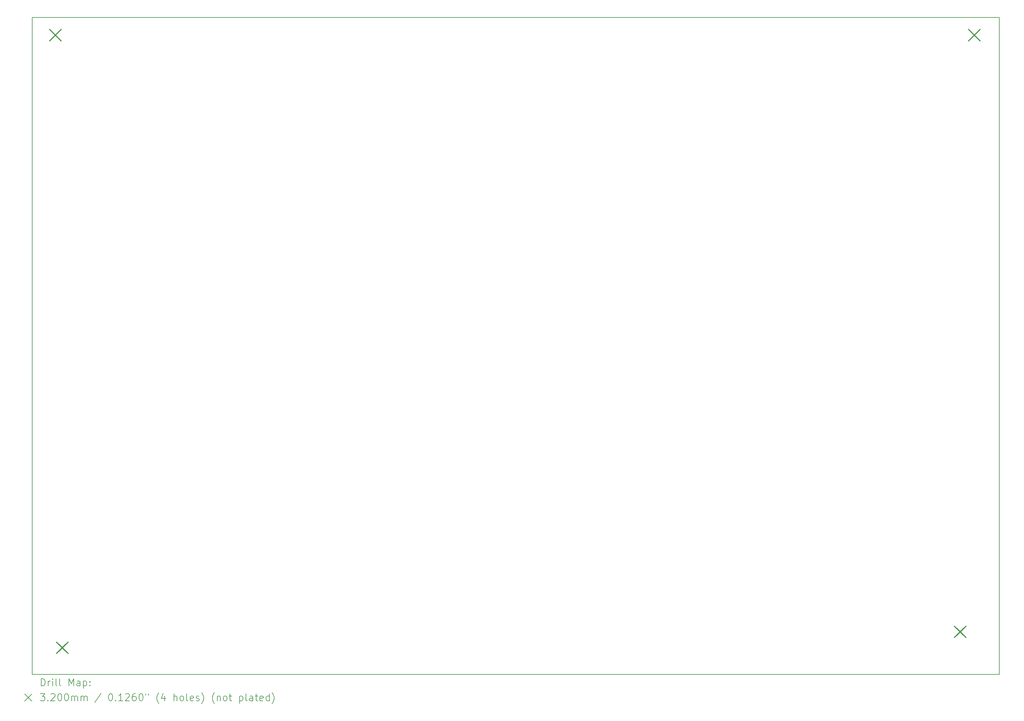
<source format=gbr>
%TF.GenerationSoftware,KiCad,Pcbnew,8.0.6*%
%TF.CreationDate,2024-11-12T14:45:22+00:00*%
%TF.ProjectId,A4,41342e6b-6963-4616-945f-706362585858,rev?*%
%TF.SameCoordinates,Original*%
%TF.FileFunction,Drillmap*%
%TF.FilePolarity,Positive*%
%FSLAX45Y45*%
G04 Gerber Fmt 4.5, Leading zero omitted, Abs format (unit mm)*
G04 Created by KiCad (PCBNEW 8.0.6) date 2024-11-12 14:45:22*
%MOMM*%
%LPD*%
G01*
G04 APERTURE LIST*
%ADD10C,0.200000*%
%ADD11C,0.320000*%
G04 APERTURE END LIST*
D10*
X2500000Y-2500000D02*
X29700000Y-2500000D01*
X29700000Y-21000000D01*
X2500000Y-21000000D01*
X2500000Y-2500000D01*
D11*
X2990000Y-2840000D02*
X3310000Y-3160000D01*
X3310000Y-2840000D02*
X2990000Y-3160000D01*
X3190000Y-20090000D02*
X3510000Y-20410000D01*
X3510000Y-20090000D02*
X3190000Y-20410000D01*
X28440000Y-19640000D02*
X28760000Y-19960000D01*
X28760000Y-19640000D02*
X28440000Y-19960000D01*
X28840000Y-2840000D02*
X29160000Y-3160000D01*
X29160000Y-2840000D02*
X28840000Y-3160000D01*
D10*
X2750777Y-21321484D02*
X2750777Y-21121484D01*
X2750777Y-21121484D02*
X2798396Y-21121484D01*
X2798396Y-21121484D02*
X2826967Y-21131008D01*
X2826967Y-21131008D02*
X2846015Y-21150055D01*
X2846015Y-21150055D02*
X2855539Y-21169103D01*
X2855539Y-21169103D02*
X2865062Y-21207198D01*
X2865062Y-21207198D02*
X2865062Y-21235770D01*
X2865062Y-21235770D02*
X2855539Y-21273865D01*
X2855539Y-21273865D02*
X2846015Y-21292912D01*
X2846015Y-21292912D02*
X2826967Y-21311960D01*
X2826967Y-21311960D02*
X2798396Y-21321484D01*
X2798396Y-21321484D02*
X2750777Y-21321484D01*
X2950777Y-21321484D02*
X2950777Y-21188150D01*
X2950777Y-21226246D02*
X2960301Y-21207198D01*
X2960301Y-21207198D02*
X2969824Y-21197674D01*
X2969824Y-21197674D02*
X2988872Y-21188150D01*
X2988872Y-21188150D02*
X3007920Y-21188150D01*
X3074586Y-21321484D02*
X3074586Y-21188150D01*
X3074586Y-21121484D02*
X3065062Y-21131008D01*
X3065062Y-21131008D02*
X3074586Y-21140531D01*
X3074586Y-21140531D02*
X3084110Y-21131008D01*
X3084110Y-21131008D02*
X3074586Y-21121484D01*
X3074586Y-21121484D02*
X3074586Y-21140531D01*
X3198396Y-21321484D02*
X3179348Y-21311960D01*
X3179348Y-21311960D02*
X3169824Y-21292912D01*
X3169824Y-21292912D02*
X3169824Y-21121484D01*
X3303158Y-21321484D02*
X3284110Y-21311960D01*
X3284110Y-21311960D02*
X3274586Y-21292912D01*
X3274586Y-21292912D02*
X3274586Y-21121484D01*
X3531729Y-21321484D02*
X3531729Y-21121484D01*
X3531729Y-21121484D02*
X3598396Y-21264341D01*
X3598396Y-21264341D02*
X3665062Y-21121484D01*
X3665062Y-21121484D02*
X3665062Y-21321484D01*
X3846015Y-21321484D02*
X3846015Y-21216722D01*
X3846015Y-21216722D02*
X3836491Y-21197674D01*
X3836491Y-21197674D02*
X3817443Y-21188150D01*
X3817443Y-21188150D02*
X3779348Y-21188150D01*
X3779348Y-21188150D02*
X3760301Y-21197674D01*
X3846015Y-21311960D02*
X3826967Y-21321484D01*
X3826967Y-21321484D02*
X3779348Y-21321484D01*
X3779348Y-21321484D02*
X3760301Y-21311960D01*
X3760301Y-21311960D02*
X3750777Y-21292912D01*
X3750777Y-21292912D02*
X3750777Y-21273865D01*
X3750777Y-21273865D02*
X3760301Y-21254817D01*
X3760301Y-21254817D02*
X3779348Y-21245293D01*
X3779348Y-21245293D02*
X3826967Y-21245293D01*
X3826967Y-21245293D02*
X3846015Y-21235770D01*
X3941253Y-21188150D02*
X3941253Y-21388150D01*
X3941253Y-21197674D02*
X3960301Y-21188150D01*
X3960301Y-21188150D02*
X3998396Y-21188150D01*
X3998396Y-21188150D02*
X4017443Y-21197674D01*
X4017443Y-21197674D02*
X4026967Y-21207198D01*
X4026967Y-21207198D02*
X4036491Y-21226246D01*
X4036491Y-21226246D02*
X4036491Y-21283389D01*
X4036491Y-21283389D02*
X4026967Y-21302436D01*
X4026967Y-21302436D02*
X4017443Y-21311960D01*
X4017443Y-21311960D02*
X3998396Y-21321484D01*
X3998396Y-21321484D02*
X3960301Y-21321484D01*
X3960301Y-21321484D02*
X3941253Y-21311960D01*
X4122205Y-21302436D02*
X4131729Y-21311960D01*
X4131729Y-21311960D02*
X4122205Y-21321484D01*
X4122205Y-21321484D02*
X4112682Y-21311960D01*
X4112682Y-21311960D02*
X4122205Y-21302436D01*
X4122205Y-21302436D02*
X4122205Y-21321484D01*
X4122205Y-21197674D02*
X4131729Y-21207198D01*
X4131729Y-21207198D02*
X4122205Y-21216722D01*
X4122205Y-21216722D02*
X4112682Y-21207198D01*
X4112682Y-21207198D02*
X4122205Y-21197674D01*
X4122205Y-21197674D02*
X4122205Y-21216722D01*
X2290000Y-21550000D02*
X2490000Y-21750000D01*
X2490000Y-21550000D02*
X2290000Y-21750000D01*
X2731729Y-21541484D02*
X2855539Y-21541484D01*
X2855539Y-21541484D02*
X2788872Y-21617674D01*
X2788872Y-21617674D02*
X2817443Y-21617674D01*
X2817443Y-21617674D02*
X2836491Y-21627198D01*
X2836491Y-21627198D02*
X2846015Y-21636722D01*
X2846015Y-21636722D02*
X2855539Y-21655770D01*
X2855539Y-21655770D02*
X2855539Y-21703389D01*
X2855539Y-21703389D02*
X2846015Y-21722436D01*
X2846015Y-21722436D02*
X2836491Y-21731960D01*
X2836491Y-21731960D02*
X2817443Y-21741484D01*
X2817443Y-21741484D02*
X2760301Y-21741484D01*
X2760301Y-21741484D02*
X2741253Y-21731960D01*
X2741253Y-21731960D02*
X2731729Y-21722436D01*
X2941253Y-21722436D02*
X2950777Y-21731960D01*
X2950777Y-21731960D02*
X2941253Y-21741484D01*
X2941253Y-21741484D02*
X2931729Y-21731960D01*
X2931729Y-21731960D02*
X2941253Y-21722436D01*
X2941253Y-21722436D02*
X2941253Y-21741484D01*
X3026967Y-21560531D02*
X3036491Y-21551008D01*
X3036491Y-21551008D02*
X3055539Y-21541484D01*
X3055539Y-21541484D02*
X3103158Y-21541484D01*
X3103158Y-21541484D02*
X3122205Y-21551008D01*
X3122205Y-21551008D02*
X3131729Y-21560531D01*
X3131729Y-21560531D02*
X3141253Y-21579579D01*
X3141253Y-21579579D02*
X3141253Y-21598627D01*
X3141253Y-21598627D02*
X3131729Y-21627198D01*
X3131729Y-21627198D02*
X3017443Y-21741484D01*
X3017443Y-21741484D02*
X3141253Y-21741484D01*
X3265062Y-21541484D02*
X3284110Y-21541484D01*
X3284110Y-21541484D02*
X3303158Y-21551008D01*
X3303158Y-21551008D02*
X3312682Y-21560531D01*
X3312682Y-21560531D02*
X3322205Y-21579579D01*
X3322205Y-21579579D02*
X3331729Y-21617674D01*
X3331729Y-21617674D02*
X3331729Y-21665293D01*
X3331729Y-21665293D02*
X3322205Y-21703389D01*
X3322205Y-21703389D02*
X3312682Y-21722436D01*
X3312682Y-21722436D02*
X3303158Y-21731960D01*
X3303158Y-21731960D02*
X3284110Y-21741484D01*
X3284110Y-21741484D02*
X3265062Y-21741484D01*
X3265062Y-21741484D02*
X3246015Y-21731960D01*
X3246015Y-21731960D02*
X3236491Y-21722436D01*
X3236491Y-21722436D02*
X3226967Y-21703389D01*
X3226967Y-21703389D02*
X3217443Y-21665293D01*
X3217443Y-21665293D02*
X3217443Y-21617674D01*
X3217443Y-21617674D02*
X3226967Y-21579579D01*
X3226967Y-21579579D02*
X3236491Y-21560531D01*
X3236491Y-21560531D02*
X3246015Y-21551008D01*
X3246015Y-21551008D02*
X3265062Y-21541484D01*
X3455539Y-21541484D02*
X3474586Y-21541484D01*
X3474586Y-21541484D02*
X3493634Y-21551008D01*
X3493634Y-21551008D02*
X3503158Y-21560531D01*
X3503158Y-21560531D02*
X3512682Y-21579579D01*
X3512682Y-21579579D02*
X3522205Y-21617674D01*
X3522205Y-21617674D02*
X3522205Y-21665293D01*
X3522205Y-21665293D02*
X3512682Y-21703389D01*
X3512682Y-21703389D02*
X3503158Y-21722436D01*
X3503158Y-21722436D02*
X3493634Y-21731960D01*
X3493634Y-21731960D02*
X3474586Y-21741484D01*
X3474586Y-21741484D02*
X3455539Y-21741484D01*
X3455539Y-21741484D02*
X3436491Y-21731960D01*
X3436491Y-21731960D02*
X3426967Y-21722436D01*
X3426967Y-21722436D02*
X3417443Y-21703389D01*
X3417443Y-21703389D02*
X3407920Y-21665293D01*
X3407920Y-21665293D02*
X3407920Y-21617674D01*
X3407920Y-21617674D02*
X3417443Y-21579579D01*
X3417443Y-21579579D02*
X3426967Y-21560531D01*
X3426967Y-21560531D02*
X3436491Y-21551008D01*
X3436491Y-21551008D02*
X3455539Y-21541484D01*
X3607920Y-21741484D02*
X3607920Y-21608150D01*
X3607920Y-21627198D02*
X3617443Y-21617674D01*
X3617443Y-21617674D02*
X3636491Y-21608150D01*
X3636491Y-21608150D02*
X3665063Y-21608150D01*
X3665063Y-21608150D02*
X3684110Y-21617674D01*
X3684110Y-21617674D02*
X3693634Y-21636722D01*
X3693634Y-21636722D02*
X3693634Y-21741484D01*
X3693634Y-21636722D02*
X3703158Y-21617674D01*
X3703158Y-21617674D02*
X3722205Y-21608150D01*
X3722205Y-21608150D02*
X3750777Y-21608150D01*
X3750777Y-21608150D02*
X3769824Y-21617674D01*
X3769824Y-21617674D02*
X3779348Y-21636722D01*
X3779348Y-21636722D02*
X3779348Y-21741484D01*
X3874586Y-21741484D02*
X3874586Y-21608150D01*
X3874586Y-21627198D02*
X3884110Y-21617674D01*
X3884110Y-21617674D02*
X3903158Y-21608150D01*
X3903158Y-21608150D02*
X3931729Y-21608150D01*
X3931729Y-21608150D02*
X3950777Y-21617674D01*
X3950777Y-21617674D02*
X3960301Y-21636722D01*
X3960301Y-21636722D02*
X3960301Y-21741484D01*
X3960301Y-21636722D02*
X3969824Y-21617674D01*
X3969824Y-21617674D02*
X3988872Y-21608150D01*
X3988872Y-21608150D02*
X4017443Y-21608150D01*
X4017443Y-21608150D02*
X4036491Y-21617674D01*
X4036491Y-21617674D02*
X4046015Y-21636722D01*
X4046015Y-21636722D02*
X4046015Y-21741484D01*
X4436491Y-21531960D02*
X4265063Y-21789103D01*
X4693634Y-21541484D02*
X4712682Y-21541484D01*
X4712682Y-21541484D02*
X4731729Y-21551008D01*
X4731729Y-21551008D02*
X4741253Y-21560531D01*
X4741253Y-21560531D02*
X4750777Y-21579579D01*
X4750777Y-21579579D02*
X4760301Y-21617674D01*
X4760301Y-21617674D02*
X4760301Y-21665293D01*
X4760301Y-21665293D02*
X4750777Y-21703389D01*
X4750777Y-21703389D02*
X4741253Y-21722436D01*
X4741253Y-21722436D02*
X4731729Y-21731960D01*
X4731729Y-21731960D02*
X4712682Y-21741484D01*
X4712682Y-21741484D02*
X4693634Y-21741484D01*
X4693634Y-21741484D02*
X4674587Y-21731960D01*
X4674587Y-21731960D02*
X4665063Y-21722436D01*
X4665063Y-21722436D02*
X4655539Y-21703389D01*
X4655539Y-21703389D02*
X4646015Y-21665293D01*
X4646015Y-21665293D02*
X4646015Y-21617674D01*
X4646015Y-21617674D02*
X4655539Y-21579579D01*
X4655539Y-21579579D02*
X4665063Y-21560531D01*
X4665063Y-21560531D02*
X4674587Y-21551008D01*
X4674587Y-21551008D02*
X4693634Y-21541484D01*
X4846015Y-21722436D02*
X4855539Y-21731960D01*
X4855539Y-21731960D02*
X4846015Y-21741484D01*
X4846015Y-21741484D02*
X4836491Y-21731960D01*
X4836491Y-21731960D02*
X4846015Y-21722436D01*
X4846015Y-21722436D02*
X4846015Y-21741484D01*
X5046015Y-21741484D02*
X4931729Y-21741484D01*
X4988872Y-21741484D02*
X4988872Y-21541484D01*
X4988872Y-21541484D02*
X4969825Y-21570055D01*
X4969825Y-21570055D02*
X4950777Y-21589103D01*
X4950777Y-21589103D02*
X4931729Y-21598627D01*
X5122206Y-21560531D02*
X5131729Y-21551008D01*
X5131729Y-21551008D02*
X5150777Y-21541484D01*
X5150777Y-21541484D02*
X5198396Y-21541484D01*
X5198396Y-21541484D02*
X5217444Y-21551008D01*
X5217444Y-21551008D02*
X5226968Y-21560531D01*
X5226968Y-21560531D02*
X5236491Y-21579579D01*
X5236491Y-21579579D02*
X5236491Y-21598627D01*
X5236491Y-21598627D02*
X5226968Y-21627198D01*
X5226968Y-21627198D02*
X5112682Y-21741484D01*
X5112682Y-21741484D02*
X5236491Y-21741484D01*
X5407920Y-21541484D02*
X5369825Y-21541484D01*
X5369825Y-21541484D02*
X5350777Y-21551008D01*
X5350777Y-21551008D02*
X5341253Y-21560531D01*
X5341253Y-21560531D02*
X5322206Y-21589103D01*
X5322206Y-21589103D02*
X5312682Y-21627198D01*
X5312682Y-21627198D02*
X5312682Y-21703389D01*
X5312682Y-21703389D02*
X5322206Y-21722436D01*
X5322206Y-21722436D02*
X5331729Y-21731960D01*
X5331729Y-21731960D02*
X5350777Y-21741484D01*
X5350777Y-21741484D02*
X5388872Y-21741484D01*
X5388872Y-21741484D02*
X5407920Y-21731960D01*
X5407920Y-21731960D02*
X5417444Y-21722436D01*
X5417444Y-21722436D02*
X5426968Y-21703389D01*
X5426968Y-21703389D02*
X5426968Y-21655770D01*
X5426968Y-21655770D02*
X5417444Y-21636722D01*
X5417444Y-21636722D02*
X5407920Y-21627198D01*
X5407920Y-21627198D02*
X5388872Y-21617674D01*
X5388872Y-21617674D02*
X5350777Y-21617674D01*
X5350777Y-21617674D02*
X5331729Y-21627198D01*
X5331729Y-21627198D02*
X5322206Y-21636722D01*
X5322206Y-21636722D02*
X5312682Y-21655770D01*
X5550777Y-21541484D02*
X5569825Y-21541484D01*
X5569825Y-21541484D02*
X5588872Y-21551008D01*
X5588872Y-21551008D02*
X5598396Y-21560531D01*
X5598396Y-21560531D02*
X5607920Y-21579579D01*
X5607920Y-21579579D02*
X5617444Y-21617674D01*
X5617444Y-21617674D02*
X5617444Y-21665293D01*
X5617444Y-21665293D02*
X5607920Y-21703389D01*
X5607920Y-21703389D02*
X5598396Y-21722436D01*
X5598396Y-21722436D02*
X5588872Y-21731960D01*
X5588872Y-21731960D02*
X5569825Y-21741484D01*
X5569825Y-21741484D02*
X5550777Y-21741484D01*
X5550777Y-21741484D02*
X5531729Y-21731960D01*
X5531729Y-21731960D02*
X5522206Y-21722436D01*
X5522206Y-21722436D02*
X5512682Y-21703389D01*
X5512682Y-21703389D02*
X5503158Y-21665293D01*
X5503158Y-21665293D02*
X5503158Y-21617674D01*
X5503158Y-21617674D02*
X5512682Y-21579579D01*
X5512682Y-21579579D02*
X5522206Y-21560531D01*
X5522206Y-21560531D02*
X5531729Y-21551008D01*
X5531729Y-21551008D02*
X5550777Y-21541484D01*
X5693634Y-21541484D02*
X5693634Y-21579579D01*
X5769825Y-21541484D02*
X5769825Y-21579579D01*
X6065063Y-21817674D02*
X6055539Y-21808150D01*
X6055539Y-21808150D02*
X6036491Y-21779579D01*
X6036491Y-21779579D02*
X6026968Y-21760531D01*
X6026968Y-21760531D02*
X6017444Y-21731960D01*
X6017444Y-21731960D02*
X6007920Y-21684341D01*
X6007920Y-21684341D02*
X6007920Y-21646246D01*
X6007920Y-21646246D02*
X6017444Y-21598627D01*
X6017444Y-21598627D02*
X6026968Y-21570055D01*
X6026968Y-21570055D02*
X6036491Y-21551008D01*
X6036491Y-21551008D02*
X6055539Y-21522436D01*
X6055539Y-21522436D02*
X6065063Y-21512912D01*
X6226968Y-21608150D02*
X6226968Y-21741484D01*
X6179348Y-21531960D02*
X6131729Y-21674817D01*
X6131729Y-21674817D02*
X6255539Y-21674817D01*
X6484110Y-21741484D02*
X6484110Y-21541484D01*
X6569825Y-21741484D02*
X6569825Y-21636722D01*
X6569825Y-21636722D02*
X6560301Y-21617674D01*
X6560301Y-21617674D02*
X6541253Y-21608150D01*
X6541253Y-21608150D02*
X6512682Y-21608150D01*
X6512682Y-21608150D02*
X6493634Y-21617674D01*
X6493634Y-21617674D02*
X6484110Y-21627198D01*
X6693634Y-21741484D02*
X6674587Y-21731960D01*
X6674587Y-21731960D02*
X6665063Y-21722436D01*
X6665063Y-21722436D02*
X6655539Y-21703389D01*
X6655539Y-21703389D02*
X6655539Y-21646246D01*
X6655539Y-21646246D02*
X6665063Y-21627198D01*
X6665063Y-21627198D02*
X6674587Y-21617674D01*
X6674587Y-21617674D02*
X6693634Y-21608150D01*
X6693634Y-21608150D02*
X6722206Y-21608150D01*
X6722206Y-21608150D02*
X6741253Y-21617674D01*
X6741253Y-21617674D02*
X6750777Y-21627198D01*
X6750777Y-21627198D02*
X6760301Y-21646246D01*
X6760301Y-21646246D02*
X6760301Y-21703389D01*
X6760301Y-21703389D02*
X6750777Y-21722436D01*
X6750777Y-21722436D02*
X6741253Y-21731960D01*
X6741253Y-21731960D02*
X6722206Y-21741484D01*
X6722206Y-21741484D02*
X6693634Y-21741484D01*
X6874587Y-21741484D02*
X6855539Y-21731960D01*
X6855539Y-21731960D02*
X6846015Y-21712912D01*
X6846015Y-21712912D02*
X6846015Y-21541484D01*
X7026968Y-21731960D02*
X7007920Y-21741484D01*
X7007920Y-21741484D02*
X6969825Y-21741484D01*
X6969825Y-21741484D02*
X6950777Y-21731960D01*
X6950777Y-21731960D02*
X6941253Y-21712912D01*
X6941253Y-21712912D02*
X6941253Y-21636722D01*
X6941253Y-21636722D02*
X6950777Y-21617674D01*
X6950777Y-21617674D02*
X6969825Y-21608150D01*
X6969825Y-21608150D02*
X7007920Y-21608150D01*
X7007920Y-21608150D02*
X7026968Y-21617674D01*
X7026968Y-21617674D02*
X7036491Y-21636722D01*
X7036491Y-21636722D02*
X7036491Y-21655770D01*
X7036491Y-21655770D02*
X6941253Y-21674817D01*
X7112682Y-21731960D02*
X7131730Y-21741484D01*
X7131730Y-21741484D02*
X7169825Y-21741484D01*
X7169825Y-21741484D02*
X7188872Y-21731960D01*
X7188872Y-21731960D02*
X7198396Y-21712912D01*
X7198396Y-21712912D02*
X7198396Y-21703389D01*
X7198396Y-21703389D02*
X7188872Y-21684341D01*
X7188872Y-21684341D02*
X7169825Y-21674817D01*
X7169825Y-21674817D02*
X7141253Y-21674817D01*
X7141253Y-21674817D02*
X7122206Y-21665293D01*
X7122206Y-21665293D02*
X7112682Y-21646246D01*
X7112682Y-21646246D02*
X7112682Y-21636722D01*
X7112682Y-21636722D02*
X7122206Y-21617674D01*
X7122206Y-21617674D02*
X7141253Y-21608150D01*
X7141253Y-21608150D02*
X7169825Y-21608150D01*
X7169825Y-21608150D02*
X7188872Y-21617674D01*
X7265063Y-21817674D02*
X7274587Y-21808150D01*
X7274587Y-21808150D02*
X7293634Y-21779579D01*
X7293634Y-21779579D02*
X7303158Y-21760531D01*
X7303158Y-21760531D02*
X7312682Y-21731960D01*
X7312682Y-21731960D02*
X7322206Y-21684341D01*
X7322206Y-21684341D02*
X7322206Y-21646246D01*
X7322206Y-21646246D02*
X7312682Y-21598627D01*
X7312682Y-21598627D02*
X7303158Y-21570055D01*
X7303158Y-21570055D02*
X7293634Y-21551008D01*
X7293634Y-21551008D02*
X7274587Y-21522436D01*
X7274587Y-21522436D02*
X7265063Y-21512912D01*
X7626968Y-21817674D02*
X7617444Y-21808150D01*
X7617444Y-21808150D02*
X7598396Y-21779579D01*
X7598396Y-21779579D02*
X7588872Y-21760531D01*
X7588872Y-21760531D02*
X7579349Y-21731960D01*
X7579349Y-21731960D02*
X7569825Y-21684341D01*
X7569825Y-21684341D02*
X7569825Y-21646246D01*
X7569825Y-21646246D02*
X7579349Y-21598627D01*
X7579349Y-21598627D02*
X7588872Y-21570055D01*
X7588872Y-21570055D02*
X7598396Y-21551008D01*
X7598396Y-21551008D02*
X7617444Y-21522436D01*
X7617444Y-21522436D02*
X7626968Y-21512912D01*
X7703158Y-21608150D02*
X7703158Y-21741484D01*
X7703158Y-21627198D02*
X7712682Y-21617674D01*
X7712682Y-21617674D02*
X7731730Y-21608150D01*
X7731730Y-21608150D02*
X7760301Y-21608150D01*
X7760301Y-21608150D02*
X7779349Y-21617674D01*
X7779349Y-21617674D02*
X7788872Y-21636722D01*
X7788872Y-21636722D02*
X7788872Y-21741484D01*
X7912682Y-21741484D02*
X7893634Y-21731960D01*
X7893634Y-21731960D02*
X7884111Y-21722436D01*
X7884111Y-21722436D02*
X7874587Y-21703389D01*
X7874587Y-21703389D02*
X7874587Y-21646246D01*
X7874587Y-21646246D02*
X7884111Y-21627198D01*
X7884111Y-21627198D02*
X7893634Y-21617674D01*
X7893634Y-21617674D02*
X7912682Y-21608150D01*
X7912682Y-21608150D02*
X7941253Y-21608150D01*
X7941253Y-21608150D02*
X7960301Y-21617674D01*
X7960301Y-21617674D02*
X7969825Y-21627198D01*
X7969825Y-21627198D02*
X7979349Y-21646246D01*
X7979349Y-21646246D02*
X7979349Y-21703389D01*
X7979349Y-21703389D02*
X7969825Y-21722436D01*
X7969825Y-21722436D02*
X7960301Y-21731960D01*
X7960301Y-21731960D02*
X7941253Y-21741484D01*
X7941253Y-21741484D02*
X7912682Y-21741484D01*
X8036492Y-21608150D02*
X8112682Y-21608150D01*
X8065063Y-21541484D02*
X8065063Y-21712912D01*
X8065063Y-21712912D02*
X8074587Y-21731960D01*
X8074587Y-21731960D02*
X8093634Y-21741484D01*
X8093634Y-21741484D02*
X8112682Y-21741484D01*
X8331730Y-21608150D02*
X8331730Y-21808150D01*
X8331730Y-21617674D02*
X8350777Y-21608150D01*
X8350777Y-21608150D02*
X8388873Y-21608150D01*
X8388873Y-21608150D02*
X8407920Y-21617674D01*
X8407920Y-21617674D02*
X8417444Y-21627198D01*
X8417444Y-21627198D02*
X8426968Y-21646246D01*
X8426968Y-21646246D02*
X8426968Y-21703389D01*
X8426968Y-21703389D02*
X8417444Y-21722436D01*
X8417444Y-21722436D02*
X8407920Y-21731960D01*
X8407920Y-21731960D02*
X8388873Y-21741484D01*
X8388873Y-21741484D02*
X8350777Y-21741484D01*
X8350777Y-21741484D02*
X8331730Y-21731960D01*
X8541254Y-21741484D02*
X8522206Y-21731960D01*
X8522206Y-21731960D02*
X8512682Y-21712912D01*
X8512682Y-21712912D02*
X8512682Y-21541484D01*
X8703158Y-21741484D02*
X8703158Y-21636722D01*
X8703158Y-21636722D02*
X8693635Y-21617674D01*
X8693635Y-21617674D02*
X8674587Y-21608150D01*
X8674587Y-21608150D02*
X8636492Y-21608150D01*
X8636492Y-21608150D02*
X8617444Y-21617674D01*
X8703158Y-21731960D02*
X8684111Y-21741484D01*
X8684111Y-21741484D02*
X8636492Y-21741484D01*
X8636492Y-21741484D02*
X8617444Y-21731960D01*
X8617444Y-21731960D02*
X8607920Y-21712912D01*
X8607920Y-21712912D02*
X8607920Y-21693865D01*
X8607920Y-21693865D02*
X8617444Y-21674817D01*
X8617444Y-21674817D02*
X8636492Y-21665293D01*
X8636492Y-21665293D02*
X8684111Y-21665293D01*
X8684111Y-21665293D02*
X8703158Y-21655770D01*
X8769825Y-21608150D02*
X8846015Y-21608150D01*
X8798396Y-21541484D02*
X8798396Y-21712912D01*
X8798396Y-21712912D02*
X8807920Y-21731960D01*
X8807920Y-21731960D02*
X8826968Y-21741484D01*
X8826968Y-21741484D02*
X8846015Y-21741484D01*
X8988873Y-21731960D02*
X8969825Y-21741484D01*
X8969825Y-21741484D02*
X8931730Y-21741484D01*
X8931730Y-21741484D02*
X8912682Y-21731960D01*
X8912682Y-21731960D02*
X8903158Y-21712912D01*
X8903158Y-21712912D02*
X8903158Y-21636722D01*
X8903158Y-21636722D02*
X8912682Y-21617674D01*
X8912682Y-21617674D02*
X8931730Y-21608150D01*
X8931730Y-21608150D02*
X8969825Y-21608150D01*
X8969825Y-21608150D02*
X8988873Y-21617674D01*
X8988873Y-21617674D02*
X8998396Y-21636722D01*
X8998396Y-21636722D02*
X8998396Y-21655770D01*
X8998396Y-21655770D02*
X8903158Y-21674817D01*
X9169825Y-21741484D02*
X9169825Y-21541484D01*
X9169825Y-21731960D02*
X9150777Y-21741484D01*
X9150777Y-21741484D02*
X9112682Y-21741484D01*
X9112682Y-21741484D02*
X9093635Y-21731960D01*
X9093635Y-21731960D02*
X9084111Y-21722436D01*
X9084111Y-21722436D02*
X9074587Y-21703389D01*
X9074587Y-21703389D02*
X9074587Y-21646246D01*
X9074587Y-21646246D02*
X9084111Y-21627198D01*
X9084111Y-21627198D02*
X9093635Y-21617674D01*
X9093635Y-21617674D02*
X9112682Y-21608150D01*
X9112682Y-21608150D02*
X9150777Y-21608150D01*
X9150777Y-21608150D02*
X9169825Y-21617674D01*
X9246016Y-21817674D02*
X9255539Y-21808150D01*
X9255539Y-21808150D02*
X9274587Y-21779579D01*
X9274587Y-21779579D02*
X9284111Y-21760531D01*
X9284111Y-21760531D02*
X9293635Y-21731960D01*
X9293635Y-21731960D02*
X9303158Y-21684341D01*
X9303158Y-21684341D02*
X9303158Y-21646246D01*
X9303158Y-21646246D02*
X9293635Y-21598627D01*
X9293635Y-21598627D02*
X9284111Y-21570055D01*
X9284111Y-21570055D02*
X9274587Y-21551008D01*
X9274587Y-21551008D02*
X9255539Y-21522436D01*
X9255539Y-21522436D02*
X9246016Y-21512912D01*
M02*

</source>
